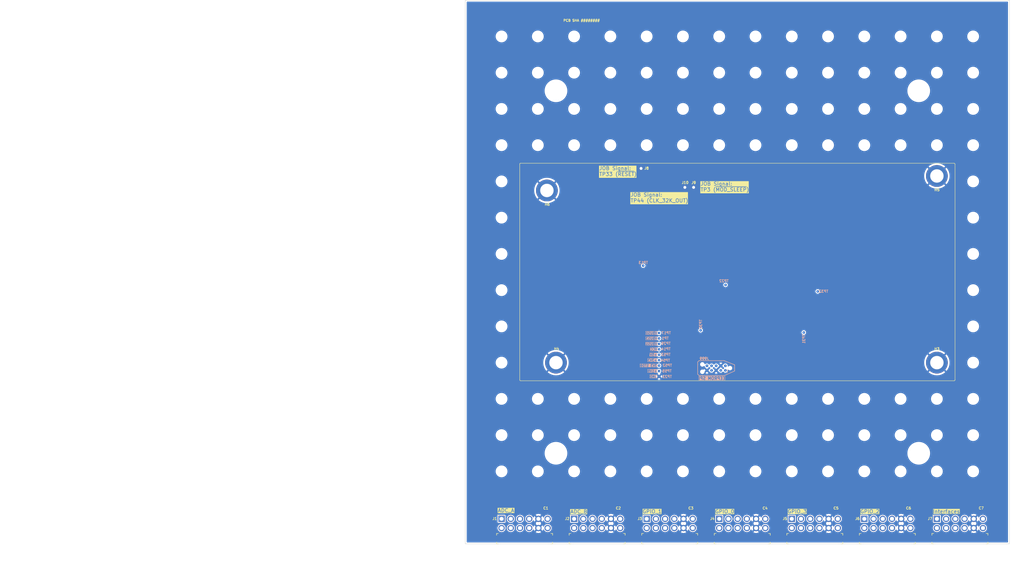
<source format=kicad_pcb>
(kicad_pcb (version 20240108) (generator "pcbnew") (generator_version "8.0")
  (title_block (title "Jetson Orin Baseboard Test Rig") (date "2025-05-15") (rev "1.0.0") (company "Antmicro Ltd") (comment 1 "www.antmicro.com"))
  (layers (0 "F.Cu" signal) (31 "B.Cu" signal) (34 "B.Paste" user) (35 "F.Paste" user) (36 "B.SilkS" user "B.Silkscreen") (37 "F.SilkS" user "F.Silkscreen") (38 "B.Mask" user) (39 "F.Mask" user) (44 "Edge.Cuts" user))
  (net 0 "")
  (net 1 "GND")
  (net 3 "+3V3")
  (net 4 "EEPROM_PWR")
  (net 5 "+5V")
  (net 6 "+1V8")
  (net 7 "VCC")
  (net 8 "3V3_STDB")
  (net 9 "/USB Debug, DP/USBC3_VBUS")
  (net 10 "/USB Debug, DP/USBC0_VBUS")
  (net 11 "/USB3/USBC1_VBUS")
  (net 12 "/USB3/USBC1_ID")
  (net 13 "/USB3/USBC1_FAULT_N")
  (net 15 "/Peripherals/SCK")
  (net 16 "USBC_HPD")
  (net 17 "Net-(U6A-GPIO3{slash}HPD1)")
  (net 18 "/HDMI/HDMI_HPD")
  (net 19 "/Peripherals/~{CS}")
  (net 20 "/Peripherals/MISO")
  (net 21 "/Peripherals/MOSI")
  (net 24 "/ADC_A_IN4")
  (net 25 "/ADC_A_IN0")
  (net 26 "/ADC_A_IN5")
  (net 27 "/ADC_A_IN3")
  (net 28 "/ADC_A_IN2")
  (net 29 "/ADC_A_IN7")
  (net 30 "/ADC_A_IN6")
  (net 31 "/ADC_A_IN1")
  (net 32 "/ADC_B_IN7")
  (net 33 "/ADC_B_IN4")
  (net 34 "/ADC_B_IN3")
  (net 35 "/ADC_B_IN6")
  (net 36 "/ADC_B_IN5")
  (net 37 "/ADC_B_IN0")
  (net 38 "/ADC_B_IN2")
  (net 39 "/ADC_B_IN1")
  (net 40 "/GPIO_12")
  (net 41 "/GPIO_16")
  (net 42 "/GPIO_10")
  (net 43 "/GPIO_14")
  (net 44 "/GPIO_15")
  (net 45 "/GPIO_17")
  (net 46 "/GPIO_11")
  (net 47 "/GPIO_13")
  (net 48 "/GPIO_06")
  (net 49 "/GPIO_00")
  (net 50 "/GPIO_04")
  (net 51 "/GPIO_05")
  (net 52 "/GPIO_07")
  (net 53 "/GPIO_01")
  (net 54 "/GPIO_03")
  (net 55 "/GPIO_02")
  (net 56 "/GPIO_36")
  (net 57 "/GPIO_33")
  (net 58 "/GPIO_30")
  (net 59 "/GPIO_32")
  (net 60 "/GPIO_31")
  (net 61 "/GPIO_35")
  (net 62 "/GPIO_37")
  (net 63 "/GPIO_34")
  (net 64 "/GPIO_20")
  (net 65 "/GPIO_27")
  (net 66 "/GPIO_26")
  (net 67 "/GPIO_25")
  (net 68 "/GPIO_24")
  (net 69 "/GPIO_21")
  (net 70 "/GPIO_22")
  (net 71 "/GPIO_23")
  (net 72 "/SPI_MOSI")
  (net 73 "/I2C_SDA")
  (net 74 "/UART_TX")
  (net 75 "/SPI_MISO")
  (net 76 "/SPI_SCLK")
  (net 77 "/UART_RX")
  (net 78 "/I2C_SCL")
  (net 79 "/SPI_CS0")
  (footprint "antmicro-footprints:MP_NPTH_Drill3mm" (layer "F.Cu") (at 160 120)
    (property "Reference" "REF**84" (hide yes))
    (property "Value" "MP_NPTH_Drill3mm")
  )
  (footprint "antmicro-footprints:MP_NPTH_Drill3mm" (layer "F.Cu") (at 210 90)
    (property "Reference" "REF**33" (hide yes))
    (property "Value" "MP_NPTH_Drill3mm")
  )
  (footprint "antmicro-footprints:MP_NPTH_Drill3mm" (layer "F.Cu") (at 230 80)
    (property "Reference" "REF**35" (hide yes))
    (property "Value" "MP_NPTH_Drill3mm")
  )
  (footprint "antmicro-footprints:MP_NPTH_Drill3mm" (layer "F.Cu") (at 220 170)
    (property "Reference" "REF**160" (hide yes))
    (property "Value" "MP_NPTH_Drill3mm")
  )
  (footprint "antmicro-footprints:MP_NPTH_Drill3mm" (layer "F.Cu") (at 240 60)
    (property "Reference" "REF**8" (hide yes))
    (property "Value" "MP_NPTH_Drill3mm")
  )
  (footprint "antmicro-footprints:MP_NPTH_Drill6mm" (layer "F.Cu") (at 175 175 90)
    (property "Reference" "REF**" (hide yes))
    (property "Value" "MP_NPTH_Drill6mm")
  )
  (footprint "antmicro-footprints:PinHeader_2x6_P2.54mm_Drill1.1mm_Horizontal" (layer "F.Cu") (at 220 193.1)
    (property "Reference" "J4")
    (property "Value" "PinHeader_2x6_P2.54mm_Drill1.1mm_Horizontal")
  )
  (footprint "antmicro-footprints:Spacer_Drill3.7mm_H6.5mm_9774065151R" (layer "F.Cu") (at 280 150)
    (property "Reference" "H3")
    (property "Value" "Spacer_Drill3.7mm_H6.5mm_9774065151R")
  )
  (footprint "antmicro-footprints:MP_NPTH_Drill3mm" (layer "F.Cu") (at 270 60)
    (property "Reference" "REF**11" (hide yes))
    (property "Value" "MP_NPTH_Drill3mm")
  )
  (footprint "antmicro-footprints:MP_NPTH_Drill3mm" (layer "F.Cu") (at 200 170)
    (property "Reference" "REF**158" (hide yes))
    (property "Value" "MP_NPTH_Drill3mm")
  )
  (footprint "antmicro-footprints:MP_NPTH_Drill3mm" (layer "F.Cu") (at 190 170)
    (property "Reference" "REF**157" (hide yes))
    (property "Value" "MP_NPTH_Drill3mm")
  )
  (footprint "antmicro-footprints:MP_NPTH_Drill3mm" (layer "F.Cu") (at 230 60)
    (property "Reference" "REF**7" (hide yes))
    (property "Value" "MP_NPTH_Drill3mm")
  )
  (footprint "antmicro-footprints:MP_NPTH_Drill3mm" (layer "F.Cu") (at 160 130)
    (property "Reference" "REF**98" (hide yes))
    (property "Value" "MP_NPTH_Drill3mm")
  )
  (footprint "antmicro-footprints:MP_NPTH_Drill3mm" (layer "F.Cu") (at 290 80)
    (property "Reference" "REF**41" (hide yes))
    (property "Value" "MP_NPTH_Drill3mm")
  )
  (footprint "antmicro-footprints:MP_NPTH_Drill3mm" (layer "F.Cu") (at 160 160)
    (property "Reference" "REF**140" (hide yes))
    (property "Value" "MP_NPTH_Drill3mm")
  )
  (footprint "antmicro-footprints:MP_NPTH_Drill3mm" (layer "F.Cu") (at 190 80)
    (property "Reference" "REF**31" (hide yes))
    (property "Value" "MP_NPTH_Drill3mm")
  )
  (footprint "antmicro-footprints:MP_NPTH_Drill3mm" (layer "F.Cu") (at 200 160 180)
    (property "Reference" "REF**37" (hide yes))
    (property "Value" "MP_NPTH_Drill3mm")
  )
  (footprint "antmicro-footprints:MP_NPTH_Drill3mm" (layer "F.Cu") (at 260 170)
    (property "Reference" "REF**164" (hide yes))
    (property "Value" "MP_NPTH_Drill3mm")
  )
  (footprint "antmicro-footprints:MP_NPTH_Drill3mm" (layer "F.Cu") (at 280 80)
    (property "Reference" "REF**40" (hide yes))
    (property "Value" "MP_NPTH_Drill3mm")
  )
  (footprint "antmicro-footprints:MP_NPTH_Drill3mm" (layer "F.Cu") (at 290 60)
    (property "Reference" "REF**13" (hide yes))
    (property "Value" "MP_NPTH_Drill3mm")
  )
  (footprint "antmicro-footprints:MP_NPTH_Drill3mm" (layer "F.Cu") (at 210 180)
    (property "Reference" "REF**173" (hide yes))
    (property "Value" "MP_NPTH_Drill3mm")
  )
  (footprint "antmicro-footprints:PinHeader_2x6_P2.54mm_Drill1.1mm_Horizontal" (layer "F.Cu") (at 280 193.1)
    (property "Reference" "J7")
    (property "Value" "PinHeader_2x6_P2.54mm_Drill1.1mm_Horizontal")
  )
  (footprint "antmicro-footprints:MP_NPTH_Drill6mm" (layer "F.Cu") (at 175 75)
    (property "Reference" "REF**" (hide yes))
    (property "Value" "MP_NPTH_Drill6mm")
  )
  (footprint "antmicro-footprints:MP_NPTH_Drill3mm" (layer "F.Cu") (at 250 80)
    (property "Reference" "REF**37" (hide yes))
    (property "Value" "MP_NPTH_Drill3mm")
  )
  (footprint "antmicro-footprints:MP_NPTH_Drill3mm" (layer "F.Cu") (at 210 60)
    (property "Reference" "REF**5" (hide yes))
    (property "Value" "MP_NPTH_Drill3mm")
  )
  (footprint "antmicro-footprints:MP_NPTH_Drill3mm" (layer "F.Cu") (at 180 70)
    (property "Reference" "REF**16" (hide yes))
    (property "Value" "MP_NPTH_Drill3mm")
  )
  (footprint "antmicro-footprints:MP_NPTH_Drill3mm" (layer "F.Cu") (at 250 60)
    (property "Reference" "REF**9" (hide yes))
    (property "Value" "MP_NPTH_Drill3mm")
  )
  (footprint "antmicro-footprints:MP_NPTH_Drill3mm" (layer "F.Cu") (at 280 90)
    (property "Reference" "REF**40" (hide yes))
    (property "Value" "MP_NPTH_Drill3mm")
  )
  (footprint "antmicro-footprints:PinHeader_2x6_P2.54mm_Drill1.1mm_Horizontal" (layer "F.Cu") (at 260 193.1)
    (property "Reference" "J6")
    (property "Value" "PinHeader_2x6_P2.54mm_Drill1.1mm_Horizontal")
  )
  (footprint "antmicro-footprints:MP_NPTH_Drill3mm" (layer "F.Cu") (at 240 90)
    (property "Reference" "REF**36" (hide yes))
    (property "Value" "MP_NPTH_Drill3mm")
  )
  (footprint "antmicro-footprints:MP_NPTH_Drill3mm" (layer "F.Cu") (at 180 60)
    (property "Reference" "REF**2" (hide yes))
    (property "Value" "MP_NPTH_Drill3mm")
  )
  (footprint "antmicro-footprints:MP_NPTH_Drill3mm" (layer "F.Cu") (at 290 150)
    (property "Reference" "REF**139" (hide yes))
    (property "Value" "MP_NPTH_Drill3mm")
  )
  (footprint "antmicro-footprints:MP_NPTH_Drill3mm" (layer "F.Cu") (at 260 90)
    (property "Reference" "REF**38" (hide yes))
    (property "Value" "MP_NPTH_Drill3mm")
  )
  (footprint "antmicro-footprints:PogoPin_Harwin_1x1_H17.75mm_Drill0.8mm_S13-503" (layer "F.Cu") (at 210.53 101.645)
    (property "Reference" "J10")
    (property "Value" "Harwin_1x1_H17.75mm_Drill0.8mm_S13-503")
  )
  (footprint "antmicro-footprints:MP_NPTH_Drill3mm" (layer "F.Cu") (at 160 60)
    (property "Reference" "REF**" (hide yes))
    (property "Value" "MP_NPTH_Drill3mm")
  )
  (footprint "antmicro-footprints:C_0402_1005Metric" (layer "F.Cu") (at 212.22 191.1)
    (property "Reference" "C3")
    (property "Value" "C_100n_0402")
  )
  (footprint "antmicro-footprints:MP_NPTH_Drill3mm" (layer "F.Cu") (at 290 140)
    (property "Reference" "REF**125" (hide yes))
    (property "Value" "MP_NPTH_Drill3mm")
  )
  (footprint "antmicro-footprints:MP_NPTH_Drill3mm" (layer "F.Cu") (at 170 70)
    (property "Reference" "REF**15" (hide yes))
    (property "Value" "MP_NPTH_Drill3mm")
  )
  (footprint "antmicro-footprints:MP_NPTH_Drill3mm" (layer "F.Cu") (at 200 80)
    (property "Reference" "REF**32" (hide yes))
    (property "Value" "MP_NPTH_Drill3mm")
  )
  (footprint "antmicro-footprints:MP_NPTH_Drill3mm" (layer "F.Cu") (at 190 60)
    (property "Reference" "REF**3" (hide yes))
    (property "Value" "MP_NPTH_Drill3mm")
  )
  (footprint "antmicro-footprints:MP_NPTH_Drill3mm" (layer "F.Cu") (at 170 60)
    (property "Reference" "REF**1" (hide yes))
    (property "Value" "MP_NPTH_Drill3mm")
  )
  (footprint "antmicro-footprints:Spacer_Drill3.7mm_H6.5mm_9774065151R" (layer "F.Cu") (at 175 150)
    (property "Reference" "H4")
    (property "Value" "Spacer_Drill3.7mm_H6.5mm_9774065151R")
  )
  (footprint "antmicro-footprints:MP_NPTH_Drill3mm" (layer "F.Cu") (at 270 70)
    (property "Reference" "REF**25" (hide yes))
    (property "Value" "MP_NPTH_Drill3mm")
  )
  (footprint "antmicro-footprints:MP_NPTH_Drill3mm" (layer "F.Cu") (at 190 90)
    (property "Reference" "REF**31" (hide yes))
    (property "Value" "MP_NPTH_Drill3mm")
  )
  (footprint "antmicro-footprints:MP_NPTH_Drill3mm" (layer "F.Cu") (at 220 60)
    (property "Reference" "REF**6" (hide yes))
    (property "Value" "MP_NPTH_Drill3mm")
  )
  (footprint "antmicro-footprints:MP_NPTH_Drill3mm" (layer "F.Cu") (at 210 80)
    (property "Reference" "REF**33" (hide yes))
    (property "Value" "MP_NPTH_Drill3mm")
  )
  (footprint "antmicro-footprints:MP_NPTH_Drill3mm" (layer "F.Cu") (at 280 170)
    (property "Reference" "REF**166" (hide yes))
    (property "Value" "MP_NPTH_Drill3mm")
  )
  (footprint "antmicro-footprints:PinHeader_2x6_P2.54mm_Drill1.1mm_Horizontal" (layer "F.Cu") (at 200 193.1)
    (property "Reference" "J3")
    (property "Value" "PinHeader_2x6_P2.54mm_Drill1.1mm_Horizontal")
  )
  (footprint "antmicro-footprints:MP_NPTH_Drill3mm" (layer "F.Cu") (at 160 70)
    (property "Reference" "REF**14" (hide yes))
    (property "Value" "MP_NPTH_Drill3mm")
  )
  (footprint "antmicro-footprints:C_0402_1005Metric" (layer "F.Cu") (at 272.22 191.1)
    (property "Reference" "C6")
    (property "Value" "C_100n_0402")
  )
  (footprint "antmicro-footprints:MP_NPTH_Drill3mm" (layer "F.Cu") (at 240 170)
    (property "Reference" "REF**162" (hide yes))
    (property "Value" "MP_NPTH_Drill3mm")
  )
  (footprint "antmicro-footprints:MP_NPTH_Drill3mm" (layer "F.Cu") (at 240 80)
    (property "Reference" "REF**36" (hide yes))
    (property "Value" "MP_NPTH_Drill3mm")
  )
  (footprint "antmicro-footprints:MP_NPTH_Drill3mm" (layer "F.Cu") (at 290 160)
    (property "Reference" "REF**153" (hide yes))
    (property "Value" "MP_NPTH_Drill3mm")
  )
  (footprint "antmicro-footprints:PinHeader_2x6_P2.54mm_Drill1.1mm_Horizontal" (layer "F.Cu") (at 240 193.1)
    (property "Reference" "J5")
    (property "Value" "PinHeader_2x6_P2.54mm_Drill1.1mm_Horizontal")
  )
  (footprint "antmicro-footprints:MP_NPTH_Drill3mm" (layer "F.Cu") (at 160 110)
    (property "Reference" "REF**70" (hide yes))
    (property "Value" "MP_NPTH_Drill3mm")
  )
  (footprint "antmicro-footprints:MP_NPTH_Drill3mm" (layer "F.Cu") (at 270 180)
    (property "Reference" "REF**179" (hide yes))
    (property "Value" "MP_NPTH_Drill3mm")
  )
  (footprint "antmicro-footprints:C_0402_1005Metric" (layer "F.Cu") (at 192.22 191.1)
    (property "Reference" "C2")
    (property "Value" "C_100n_0402")
  )
  (footprint "antmicro-footprints:MP_NPTH_Drill3mm" (layer "F.Cu") (at 260 80)
    (property "Reference" "REF**38" (hide yes))
    (property "Value" "MP_NPTH_Drill3mm")
  )
  (footprint "antmicro-footprints:OSHW-Logo_5.7x6mm_Copper" (layer "F.Cu") (at 172.5 54.29)
    (property "Reference" "REF**" (hide yes))
    (property "Value" "OSHW-Logo_5.7x6mm_Copper")
  )
  (footprint "antmicro-footprints:Spacer_Drill3.7mm_H6.5mm_9774065151R" (layer "F.Cu") (at 280 98.5)
    (property "Reference" "H5")
    (property "Value" "Spacer_Drill3.7mm_H6.5mm_9774065151R")
  )
  (footprint "antmicro-footprints:MP_NPTH_Drill3mm" (layer "F.Cu") (at 270 170)
    (property "Reference" "REF**165" (hide yes))
    (property "Value" "MP_NPTH_Drill3mm")
  )
  (footprint "antmicro-footprints:MP_NPTH_Drill3mm" (layer "F.Cu") (at 230 90)
    (property "Reference" "REF**35" (hide yes))
    (property "Value" "MP_NPTH_Drill3mm")
  )
  (footprint "antmicro-footprints:MP_NPTH_Drill3mm" (layer "F.Cu") (at 190 70)
    (property "Reference" "REF**17" (hide yes))
    (property "Value" "MP_NPTH_Drill3mm")
  )
  (footprint "antmicro-footprints:MP_NPTH_Drill3mm" (layer "F.Cu") (at 270 90)
    (property "Reference" "REF**39" (hide yes))
    (property "Value" "MP_NPTH_Drill3mm")
  )
  (footprint "antmicro-footprints:MP_NPTH_Drill3mm" (layer "F.Cu") (at 250 180)
    (property "Reference" "REF**177" (hide yes))
    (property "Value" "MP_NPTH_Drill3mm")
  )
  (footprint "antmicro-footprints:MP_NPTH_Drill3mm" (layer "F.Cu") (at 250 160 180)
    (property "Reference" "REF**32" (hide yes))
    (property "Value" "MP_NPTH_Drill3mm")
  )
  (footprint "antmicro-footprints:MP_NPTH_Drill3mm" (layer "F.Cu") (at 200 180)
    (property "Reference" "REF**172" (hide yes))
    (property "Value" "MP_NPTH_Drill3mm")
  )
  (footprint "antmicro-footprints:MP_NPTH_Drill3mm" (layer "F.Cu") (at 180 180)
    (property "Reference" "REF**170" (hide yes))
    (property "Value" "MP_NPTH_Drill3mm")
  )
  (footprint "antmicro-footprints:MP_NPTH_Drill3mm" (layer "F.Cu") (at 290 170)
    (property "Reference" "REF**167" (hide yes))
    (property "Value" "MP_NPTH_Drill3mm")
  )
  (footprint "antmicro-footprints:MP_NPTH_Drill3mm" (layer "F.Cu") (at 290 70)
    (property "Reference" "REF**27" (hide yes))
    (property "Value" "MP_NPTH_Drill3mm")
  )
  (footprint "antmicro-footprints:MP_NPTH_Drill3mm" (layer "F.Cu") (at 250 70)
    (property "Reference" "REF**23" (hide yes))
    (property "Value" "MP_NPTH_Drill3mm")
  )
  (footprint "antmicro-footprints:MP_NPTH_Drill3mm" (layer "F.Cu") (at 220 90)
    (property "Reference" "REF**34" (hide yes))
    (property "Value" "MP_NPTH_Drill3mm")
  )
  (footprint "antmicro-footprints:MP_NPTH_Drill3mm" (layer "F.Cu") (at 160 80)
    (property "Reference" "REF**28" (hide yes))
    (property "Value" "MP_NPTH_Drill3mm")
  )
  (footprint "antmicro-footprints:MP_NPTH_Drill3mm" (layer "F.Cu") (at 250 170)
    (property "Reference" "REF**163" (hide yes))
    (property "Value" "MP_NPTH_Drill3mm")
  )
  (footprint "antmicro-footprints:MP_NPTH_Drill3mm" (layer "F.Cu") (at 230 160 180)
    (property "Reference" "REF**34" (hide yes))
    (property "Value" "MP_NPTH_Drill3mm")
  )
  (footprint "antmicro-footprints:MP_NPTH_Drill3mm" (layer "F.Cu") (at 230 180)
    (property "Reference" "REF**175" (hide yes))
    (property "Value" "MP_NPTH_Drill3mm")
  )
  (footprint "antmicro-footprints:MP_NPTH_Drill3mm" (layer "F.Cu") (at 210 160 180)
    (property "Reference" "REF**36" (hide yes))
    (property "Value" "MP_NPTH_Drill3mm")
  )
  (footprint "antmicro-footprints:MP_NPTH_Drill3mm" (layer "F.Cu") (at 270 160 180)
    (property "Reference" "REF**30" (hide yes))
    (property "Value" "MP_NPTH_Drill3mm")
  )
  (footprint "antmicro-footprints:C_0402_1005Metric" (layer "F.Cu") (at 172.22 191.1)
    (property "Reference" "C1")
    (property "Value" "C_100n_0402")
  )
  (footprint "antmicro-footprints:MP_NPTH_Drill3mm" (layer "F.Cu") (at 260 70)
    (property "Reference" "REF**24" (hide yes))
    (property "Value" "MP_NPTH_Drill3mm")
  )
  (footprint "antmicro-footprints:C_0402_1005Metric" (layer "F.Cu") (at 252.22 191.1)
    (property "Reference" "C5")
    (property "Value" "C_100n_0402")
  )
  (footprint "antmicro-footprints:MP_NPTH_Drill3mm" (layer "F.Cu") (at 180 160 180)
    (property "Reference" "REF**39" (hide yes))
    (property "Value" "MP_NPTH_Drill3mm")
  )
  (footprint "antmicro-footprints:C_0402_1005Metric" (layer "F.Cu") (at 292.22 191.1)
    (property "Reference" "C7")
    (property "Value" "C_100n_0402")
  )
  (footprint "antmicro-footprints:MP_NPTH_Drill3mm" (layer "F.Cu") (at 290 90)
    (property "Reference" "REF**55" (hide yes))
    (property "Value" "MP_NPTH_Drill3mm")
  )
  (footprint "antmicro-footprints:MP_NPTH_Drill3mm" (layer "F.Cu") (at 260 60)
    (property "Reference" "REF**10" (hide yes))
    (property "Value" "MP_NPTH_Drill3mm")
  )
  (footprint "antmicro-footprints:MP_NPTH_Drill3mm" (layer "F.Cu") (at 220 180)
    (property "Reference" "REF**174" (hide yes))
    (property "Value" "MP_NPTH_Drill3mm")
  )
  (footprint "antmicro-footprints:antmicro-logo_scaled_15mm" (layer "F.Cu") (at 159.77 54.3)
    (property "Reference" "REF**" (hide yes))
    (property "Value" "antmicro-logo_scaled_15mm" (hide yes))
  )
  (footprint "antmicro-footprints:MP_NPTH_Drill3mm" (layer "F.Cu") (at 210 70)
    (property "Reference" "REF**19" (hide yes))
    (property "Value" "MP_NPTH_Drill3mm")
  )
  (footprint "antmicro-footprints:MP_NPTH_Drill3mm" (layer "F.Cu") (at 290 180)
    (property "Reference" "REF**181" (hide yes))
    (property "Value" "MP_NPTH_Drill3mm")
  )
  (footprint "antmicro-footprints:MP_NPTH_Drill3mm" (layer "F.Cu") (at 280 70)
    (property "Reference" "REF**26" (hide yes))
    (property "Value" "MP_NPTH_Drill3mm")
  )
  (footprint "antmicro-footprints:MP_NPTH_Drill3mm" (layer "F.Cu") (at 250 90)
    (property "Reference" "REF**37" (hide yes))
    (property "Value" "MP_NPTH_Drill3mm")
  )
  (footprint "antmicro-footprints:MP_NPTH_Drill3mm" (layer "F.Cu") (at 170 160 180)
    (property "Reference" "REF**40" (hide yes))
    (property "Value" "MP_NPTH_Drill3mm")
  )
  (footprint "antmicro-footprints:MP_NPTH_Drill6mm" (layer "F.Cu") (at 275 75 -90)
    (property "Reference" "REF**" (hide yes))
    (property "Value" "MP_NPTH_Drill6mm")
  )
  (footprint "antmicro-footprints:MP_NPTH_Drill3mm" (layer "F.Cu") (at 200 60)
    (property "Reference" "REF**4" (hide yes))
    (property "Value" "MP_NPTH_Drill3mm")
  )
  (footprint "antmicro-footprints:MP_NPTH_Drill3mm" (layer "F.Cu") (at 200 70)
    (property "Reference" "REF**18" (hide yes))
    (property "Value" "MP_NPTH_Drill3mm")
  )
  (footprint "antmicro-footprints:MP_NPTH_Drill3mm" (layer "F.Cu") (at 220 160 180)
    (property "Reference" "REF**35" (hide yes))
    (property "Value" "MP_NPTH_Drill3mm")
  )
  (footprint "antmicro-footprints:MP_NPTH_Drill3mm" (layer "F.Cu") (at 240 70)
    (property "Reference" "REF**22" (hide yes))
    (property "Value" "MP_NPTH_Drill3mm")
  )
  (footprint "antmicro-footprints:MP_NPTH_Drill3mm" (layer "F.Cu") (at 160 100)
    (property "Reference" "REF**56" (hide yes))
    (property "Value" "MP_NPTH_Drill3mm")
  )
  (footprint "antmicro-footprints:MP_NPTH_Drill3mm" (layer "F.Cu") (at 170 80)
    (property "Reference" "REF**29" (hide yes))
    (property "Value" "MP_NPTH_Drill3mm")
  )
  (footprint "antmicro-footprints:MP_NPTH_Drill3mm" (layer "F.Cu") (at 160 140)
    (property "Reference" "REF**112" (hide yes))
    (property "Value" "MP_NPTH_Drill3mm")
  )
  (footprint "antmicro-footprints:MP_NPTH_Drill3mm" (layer "F.Cu") (at 160 180)
    (property "Reference" "REF**168" (hide yes))
    (property "Value" "MP_NPTH_Drill3mm")
  )
  (footprint "antmicro-footprints:MP_NPTH_Drill3mm" (layer "F.Cu") (at 270 80)
    (property "Reference" "REF**39" (hide yes))
    (property "Value" "MP_NPTH_Drill3mm")
  )
  (footprint "antmicro-footprints:OSHW-Logo_5.7x6mm_Mask" (layer "F.Cu") (at 172.5 54.29)
    (property "Reference" "REF**" (hide yes))
    (property "Value" "OSHW-Logo_5.7x6mm_Mask")
  )
  (footprint "antmicro-footprints:MP_NPTH_Drill3mm" (layer "F.Cu") (at 230 170)
    (property "Reference" "REF**161" (hide yes))
    (property "Value" "MP_NPTH_Drill3mm")
  )
  (footprint "antmicro-footprints:MP_NPTH_Drill3mm" (layer "F.Cu") (at 260 160 180)
    (property "Reference" "REF**31" (hide yes))
    (property "Value" "MP_NPTH_Drill3mm")
  )
  (footprint "antmicro-footprints:MP_NPTH_Drill3mm" (layer "F.Cu") (at 280 180)
    (property "Reference" "REF**180" (hide yes))
    (property "Value" "MP_NPTH_Drill3mm")
  )
  (footprint "antmicro-footprints:MP_NPTH_Drill3mm" (layer "F.Cu") (at 200 90)
    (property "Reference" "REF**32" (hide yes))
    (property "Value" "MP_NPTH_Drill3mm")
  )
  (footprint "antmicro-footprints:C_0402_1005Metric" (layer "F.Cu") (at 232.7 191.1)
    (property "Reference" "C4")
    (property "Value" "C_100n_0402")
  )
  (footprint "antmicro-footprints:MP_NPTH_Drill3mm" (layer "F.Cu") (at 180 170)
    (property "Reference" "REF**156" (hide yes))
    (property "Value" "MP_NPTH_Drill3mm")
  )
  (footprint "antmicro-footprints:MP_NPTH_Drill3mm" (layer "F.Cu") (at 190 180)
    (property "Reference" "REF**171" (hide yes))
    (property "Value" "MP_NPTH_Drill3mm")
  )
  (footprint "antmicro-footprints:MP_NPTH_Drill3mm" (layer "F.Cu") (at 290 130)
    (property "Reference" "REF**111" (hide yes))
    (property "Value" "MP_NPTH_Drill3mm")
  )
  (footprint "antmicro-footprints:MP_NPTH_Drill3mm" (layer "F.Cu") (at 160 170)
    (property "Reference" "REF**154" (hide yes))
    (property "Value" "MP_NPTH_Drill3mm")
  )
  (footprint "antmicro-footprints:MP_NPTH_Drill3mm" (layer "F.Cu") (at 240 160 180)
    (property "Reference" "REF**33" (hide yes))
    (property "Value" "MP_NPTH_Drill3mm")
  )
  (footprint "antmicro-footprints:MP_NPTH_Drill3mm" (layer "F.Cu") (at 170 180)
    (property "Reference" "REF**169" (hide yes))
    (property "Value" "MP_NPTH_Drill3mm")
  )
  (footprint "antmicro-footprints:MP_NPTH_Drill3mm" (layer "F.Cu") (at 160 90)
    (property "Reference" "REF**42" (hide yes))
    (property "Value" "MP_NPTH_Drill3mm")
  )
  (footprint "antmicro-footprints:MP_NPTH_Drill3mm" (layer "F.Cu") (at 180 90)
    (property "Reference" "REF**30" (hide yes))
    (property "Value" "MP_NPTH_Drill3mm")
  )
  (footprint "antmicro-footprints:MP_NPTH_Drill3mm" (layer "F.Cu") (at 280 160 180)
    (property "Reference" "REF**29" (hide yes))
    (property "Value" "MP_NPTH_Drill3mm")
  )
  (footprint "antmicro-footprints:PogoPin_Harwin_1x1_H17.75mm_Drill0.8mm_S13-503" (layer "F.Cu") (at 198.455 96.42)
    (property "Reference" "J8")
    (property "Value" "Harwin_1x1_H17.75mm_Drill0.8mm_S13-503")
  )
  (footprint "antmicro-footprints:MP_NPTH_Drill3mm" (layer "F.Cu") (at 290 120)
    (property "Reference" "REF**97" (hide yes))
    (property "Value" "MP_NPTH_Drill3mm")
  )
  (footprint "antmicro-footprints:MP_NPTH_Drill3mm" (layer "F.Cu") (at 210 170)
    (property "Reference" "REF**159" (hide yes))
    (property "Value" "MP_NPTH_Drill3mm")
  )
  (footprint "antmicro-footprints:MP_NPTH_Drill3mm" (layer "F.Cu") (at 290 100)
    (property "Reference" "REF**69" (hide yes))
    (property "Value" "MP_NPTH_Drill3mm")
  )
  (footprint "antmicro-footprints:PinHeader_2x6_P2.54mm_Drill1.1mm_Horizontal" (layer "F.Cu") (at 180 193.1)
    (property "Reference" "J2")
    (property "Value" "PinHeader_2x6_P2.54mm_Drill1.1mm_Horizontal")
  )
  (footprint "antmicro-footprints:MP_NPTH_Drill3mm" (layer "F.Cu") (at 260 180)
    (property "Reference" "REF**178" (hide yes))
    (property "Value" "MP_NPTH_Drill3mm")
  )
  (footprint "antmicro-footprints:PinHeader_2x6_P2.54mm_Drill1.1mm_Horizontal" (layer "F.Cu") (at 160 193.1)
    (property "Reference" "J1")
    (property "Value" "PinHeader_2x6_P2.54mm_Drill1.1mm_Horizontal")
  )
  (footprint "antmicro-footprints:MP_NPTH_Drill3mm" (layer "F.Cu") (at 240 180)
    (property "Reference" "REF**176" (hide yes))
    (property "Value" "MP_NPTH_Drill3mm")
  )
  (footprint "antmicro-footprints:PogoPin_Harwin_1x1_H17.75mm_Drill0.8mm_S13-503" (layer "F.Cu") (at 212.94 101.645)
    (property "Reference" "J9")
    (property "Value" "Harwin_1x1_H17.75mm_Drill0.8mm_S13-503")
  )
  (footprint "antmicro-footprints:MP_NPTH_Drill3mm" (layer "F.Cu") (at 280 60)
    (property "Reference" "REF**12" (hide yes))
    (property "Value" "MP_NPTH_Drill3mm")
  )
  (footprint "antmicro-footprints:MP_NPTH_Drill3mm" (layer "F.Cu") (at 220 70)
    (property "Reference" "REF**20" (hide yes))
    (property "Value" "MP_NPTH_Drill3mm")
  )
  (footprint "antmicro-footprints:MP_NPTH_Drill3mm" (layer "F.Cu") (at 160 150)
    (property "Reference" "REF**126" (hide yes))
    (property "Value" "MP_NPTH_Drill3mm")
  )
  (footprint "antmicro-footprints:MP_NPTH_Drill3mm" (layer "F.Cu") (at 290 110)
    (property "Reference" "REF**83" (hide yes))
    (property "Value" "MP_NPTH_Drill3mm")
  )
  (footprint "antmicro-footprints:MP_NPTH_Drill3mm" (layer "F.Cu") (at 180 80)
    (property "Reference" "REF**30" (hide yes))
    (property "Value" "MP_NPTH_Drill3mm")
  )
  (footprint "antmicro-footprints:MP_NPTH_Drill3mm" (layer "F.Cu") (at 190 160 180)
    (property "Reference" "REF**38" (hide yes))
    (property "Value" "MP_NPTH_Drill3mm")
  )
  (footprint "antmicro-footprints:MP_NPTH_Drill3mm" (layer "F.Cu") (at 170 170)
    (property "Reference" "REF**155" (hide yes))
    (property "Value" "MP_NPTH_Drill3mm")
  )
  (footprint "antmicro-footprints:MP_NPTH_Drill3mm" (layer "F.Cu") (at 220 80)
    (property "Reference" "REF**34" (hide yes))
    (property "Value" "MP_NPTH_Drill3mm")
  )
  (footprint "antmicro-footprints:Spacer_Drill3.7mm_H6.5mm_9774065151R" (layer "F.Cu") (at 172.5 102.5)
    (property "Reference" "H6")
    (property "Value" "Spacer_Drill3.7mm_H6.5mm_9774065151R")
  )
  (footprint "antmicro-footprints:MP_NPTH_Drill6mm" (layer "F.Cu") (at 275 175 180)
    (property "Reference" "REF**" (hide yes))
    (property "Value" "MP_NPTH_Drill6mm")
  )
  (footprint "antmicro-footprints:MP_NPTH_Drill3mm" (layer "F.Cu") (at 170 90)
    (property "Reference" "REF**29" (hide yes))
    (property "Value" "MP_NPTH_Drill3mm")
  )
  (footprint "antmicro-footprints:MP_NPTH_Drill3mm" (layer "F.Cu") (at 230 70)
    (property "Reference" "REF**21" (hide yes))
    (property "Value" "MP_NPTH_Drill3mm")
  )
  (footprint "antmicro-footprints:TP_SMD_0.75mm" (layer "B.Cu") (at 203.415 152.32)
    (property "Reference" "TP55")
    (property "Value" "TP_0.75mm_SMD")
  )
  (footprint "antmicro-footprints:TP_SMD_0.75mm" (layer "B.Cu") (at 203.415 144.82 180)
    (property "Reference" "TP29")
    (property "Value" "TP_0.75mm_SMD")
  )
  (footprint "antmicro-footprints:TP_SMD_0.75mm" (layer "B.Cu") (at 203.415 149.32 180)
    (property "Reference" "TP54")
    (property "Value" "TP_0.75mm_SMD")
  )
  (footprint "antmicro-footprints:TP_SMD_0.75mm" (layer "B.Cu") (at 203.415 150.82)
    (property "Reference" "TP52")
    (property "Value" "TP_0.75mm_SMD")
  )
  (footprint "antmicro-footprints:TP_SMD_0.75mm" (layer "B.Cu") (at 203.415 153.82 180)
    (property "Reference" "TP23")
    (property "Value" "TP_0.75mm_SMD")
  )
  (footprint "antmicro-footprints:TP_SMD_0.75mm" (layer "B.Cu") (at 214.875 141.08 180)
    (property "Reference" "TP30")
    (property "Value" "TP_0.75mm_SMD")
  )
  (footprint "antmicro-footprints:TP_SMD_0.75mm" (layer "B.Cu") (at 203.415 147.82 180)
    (property "Reference" "TP53")
    (property "Value" "TP_0.75mm_SMD")
  )
  (footprint "antmicro-footprints:Tag-Connect_TC2050-IDC-NL_2x5_P1.27mm" (layer "B.Cu") (at 219.159 151.5045 180)
    (property "Reference" "J999")
    (property "Value" "Tag-Connect_TC2050-IDC-NL_2x5_P1.27mm")
  )
  (footprint "antmicro-footprints:TP_SMD_0.75mm" (layer "B.Cu") (at 199.04 123.25)
    (property "Reference" "TP13")
    (property "Value" "TP_0.75mm_SMD")
  )
  (footprint "antmicro-footprints:TP_SMD_0.75mm" (layer "B.Cu") (at 203.415 141.82 180)
    (property "Reference" "TP17")
    (property "Value" "TP_0.75mm_SMD")
  )
  (footprint "antmicro-footprints:TP_SMD_0.75mm" (layer "B.Cu") (at 203.415 143.32 180)
    (property "Reference" "TP1")
    (property "Value" "TP_0.75mm_SMD")
  )
  (footprint "antmicro-footprints:TP_SMD_0.75mm" (layer "B.Cu") (at 243.315 141.685)
    (property "Reference" "TP31")
    (property "Value" "TP_0.75mm_SMD")
  )
  (footprint "antmicro-footprints:TP_SMD_0.75mm" (layer "B.Cu") (at 221.75 128.5508 180)
    (property "Reference" "TP22")
    (property "Value" "TP_0.75mm_SMD")
  )
  (footprint "antmicro-footprints:TP_SMD_0.75mm" (layer "B.Cu") (at 247.15 130.35)
    (property "Reference" "TP32")
    (property "Value" "TP_0.75mm_SMD")
  )
  (footprint "antmicro-footprints:TP_SMD_0.75mm" (layer "B.Cu") (at 203.415 146.32 180)
    (property "Reference" "TP14")
    (property "Value" "TP_0.75mm_SMD")
  )
  (gr_line (start 165.2 95) (end 284.75 95) (stroke (width 0.12)) (layer "F.SilkS"))
  (gr_arc (start 165 95.2) (mid 165.058579 95.058579) (end 165.2 95) (stroke (width 0.12)) (layer "F.SilkS"))
  (gr_arc (start 165.25 155) (mid 165.073223 154.926777) (end 165 154.75) (stroke (width 0.12)) (layer "F.SilkS"))
  (gr_line (start 165 154.75) (end 165 95.2) (stroke (width 0.12)) (layer "F.SilkS"))
  (gr_line (start 284.75 155) (end 165.25 155) (stroke (width 0.12)) (layer "F.SilkS"))
  (gr_line (start 285 95.25) (end 285 154.75) (stroke (width 0.12)) (layer "F.SilkS"))
  (gr_arc (start 284.75 95) (mid 284.926777 95.073223) (end 285 95.25) (stroke (width 0.12)) (layer "F.SilkS"))
  (gr_arc (start 285 154.75) (mid 284.926777 154.926777) (end 284.75 155) (stroke (width 0.12)) (layer "F.SilkS"))
  (gr_rect (start 150 50) (end 300 200) (stroke (width 0.1)) (fill none) (layer "Edge.Cuts"))
  (gr_text "Jetson Orin Baseboard Test Rig\nRev. ${REVISION}   5/2025" (at 177.03 53.44 0) (layer "F.Cu") (effects (font (size 0.5 0.5) (thickness 0.125)) (justify left)))
  (gr_text "GND" (at 202.965 153.82 0) (layer "B.SilkS" knockout) (effects (font (size 0.65 0.65)) (justify left mirror)))
  (gr_text "VBUS1" (at 202.965 144.82 0) (layer "B.SilkS" knockout) (effects (font (size 0.65 0.65) (thickness 0.15) (bold yes)) (justify left mirror)))
  (gr_text "EEPROM SPI" (at 217.995 154.345 0) (layer "B.SilkS" knockout) (effects (font (size 0.8 0.8) (thickness 0.175) (bold yes)) (justify mirror)))
  (gr_text "+5V" (at 202.965 147.82 0) (layer "B.SilkS" knockout) (effects (font (size 0.65 0.65) (thickness 0.15) (bold yes)) (justify left mirror)))
  (gr_text "VCC" (at 202.965 146.32 0) (layer "B.SilkS" knockout) (effects (font (size 0.65 0.65) (thickness 0.15) (bold yes)) (justify left mirror)))
  (gr_text "+1V8" (at 202.965 152.32 0) (layer "B.SilkS" knockout) (effects (font (size 0.65 0.65)) (justify left mirror)))
  (gr_text "+3V3" (at 202.965 149.32 0) (layer "B.SilkS" knockout) (effects (font (size 0.65 0.65) (thickness 0.15) (bold yes)) (justify left mirror)))
  (gr_text "VBUS0" (at 202.965 141.82 0) (layer "B.SilkS" knockout) (effects (font (size 0.65 0.65) (thickness 0.15) (bold yes)) (justify left mirror)))
  (gr_text "3V3 STDB" (at 202.965 150.82 0) (layer "B.SilkS" knockout) (effects (font (size 0.65 0.65) (thickness 0.15) (bold yes)) (justify left mirror)))
  (gr_text "VBUS3" (at 202.965 143.32 0) (layer "B.SilkS" knockout) (effects (font (size 0.65 0.65) (thickness 0.15) (bold yes)) (justify left mirror)))
  (gr_text "ADC_B" (at 178.89 191.7 0) (layer "F.SilkS" knockout) (effects (font (size 1 1)) (justify left bottom)))
  (gr_text "GPIO_3" (at 238.78 191.64 0) (layer "F.SilkS" knockout) (effects (font (size 1 1)) (justify left bottom)))
  (gr_text "JOB Signal:\nTP3 (~{MOD_SLEEP})" (at 214.77 102.85 0) (layer "F.SilkS" knockout) (effects (font (size 1 1)) (justify left bottom)))
  (gr_text "PCB SHA ########" (at 182.06 55.59 0) (layer "F.SilkS") (effects (font (size 0.65 0.65))))
  (gr_text "JOB Signal:\nTP44 (CLK_32K_OUT)" (at 195.48 105.88 0) (layer "F.SilkS" knockout) (effects (font (size 1 1)) (justify left bottom)))
  (gr_text "GPIO_1" (at 198.77 191.65 0) (layer "F.SilkS" knockout) (effects (font (size 1 1)) (justify left bottom)))
  (gr_text "GPIO_2" (at 258.81 191.65 0) (layer "F.SilkS" knockout) (effects (font (size 1 1)) (justify left bottom)))
  (gr_text "JOB Signal:\nTP33 (~{RESET})" (at 186.85 98.58 0) (layer "F.SilkS" knockout) (effects (font (size 1 1)) (justify left bottom)))
  (gr_text "Interfaces" (at 278.8 191.66 0) (layer "F.SilkS" knockout) (effects (font (size 1 1)) (justify left bottom)))
  (gr_text "GPIO_0" (at 218.8 191.66 0) (layer "F.SilkS" knockout) (effects (font (size 1 1)) (justify left bottom)))
  (gr_text "ADC_A" (at 158.9 191.37 0) (layer "F.SilkS" knockout) (effects (font (size 1 1)) (justify left bottom)))
  (zone (net 1) (net_name "GND") (layer "B.Cu") (connect_pads (clearance 0.25)) (min_thickness 0.25) (fill yes (thermal_gap 0.5) (thermal_bridge_width 0.5))
    (polygon (pts (xy 150 50) (xy 300 50) (xy 300 200) (xy 150 200)))
  )
)
</source>
